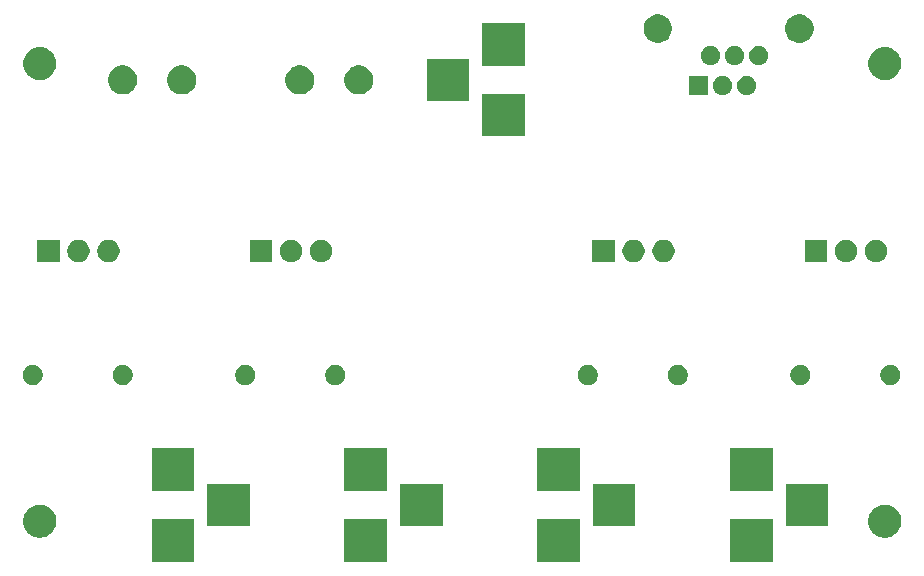
<source format=gbr>
G04 #@! TF.GenerationSoftware,KiCad,Pcbnew,(5.1.5)-3*
G04 #@! TF.CreationDate,2020-06-12T22:16:18+02:00*
G04 #@! TF.ProjectId,pwm,70776d2e-6b69-4636-9164-5f7063625858,rev?*
G04 #@! TF.SameCoordinates,Original*
G04 #@! TF.FileFunction,Soldermask,Top*
G04 #@! TF.FilePolarity,Negative*
%FSLAX46Y46*%
G04 Gerber Fmt 4.6, Leading zero omitted, Abs format (unit mm)*
G04 Created by KiCad (PCBNEW (5.1.5)-3) date 2020-06-12 22:16:18*
%MOMM*%
%LPD*%
G04 APERTURE LIST*
%ADD10C,0.100000*%
G04 APERTURE END LIST*
D10*
G36*
X161384333Y-122801000D02*
G01*
X157782333Y-122801000D01*
X157782333Y-119199000D01*
X161384333Y-119199000D01*
X161384333Y-122801000D01*
G37*
G36*
X145051000Y-122801000D02*
G01*
X141449000Y-122801000D01*
X141449000Y-119199000D01*
X145051000Y-119199000D01*
X145051000Y-122801000D01*
G37*
G36*
X194051000Y-122801000D02*
G01*
X190449000Y-122801000D01*
X190449000Y-119199000D01*
X194051000Y-119199000D01*
X194051000Y-122801000D01*
G37*
G36*
X177717666Y-122801000D02*
G01*
X174115666Y-122801000D01*
X174115666Y-119199000D01*
X177717666Y-119199000D01*
X177717666Y-122801000D01*
G37*
G36*
X203843433Y-118009893D02*
G01*
X203933657Y-118027839D01*
X204039267Y-118071585D01*
X204188621Y-118133449D01*
X204188622Y-118133450D01*
X204418086Y-118286772D01*
X204613228Y-118481914D01*
X204715675Y-118635237D01*
X204766551Y-118711379D01*
X204872161Y-118966344D01*
X204926000Y-119237012D01*
X204926000Y-119512988D01*
X204872161Y-119783656D01*
X204766551Y-120038621D01*
X204766550Y-120038622D01*
X204613228Y-120268086D01*
X204418086Y-120463228D01*
X204264763Y-120565675D01*
X204188621Y-120616551D01*
X204039267Y-120678415D01*
X203933657Y-120722161D01*
X203843433Y-120740107D01*
X203662988Y-120776000D01*
X203387012Y-120776000D01*
X203206567Y-120740107D01*
X203116343Y-120722161D01*
X203010733Y-120678415D01*
X202861379Y-120616551D01*
X202785237Y-120565675D01*
X202631914Y-120463228D01*
X202436772Y-120268086D01*
X202283450Y-120038622D01*
X202283449Y-120038621D01*
X202177839Y-119783656D01*
X202124000Y-119512988D01*
X202124000Y-119237012D01*
X202177839Y-118966344D01*
X202283449Y-118711379D01*
X202334325Y-118635237D01*
X202436772Y-118481914D01*
X202631914Y-118286772D01*
X202861378Y-118133450D01*
X202861379Y-118133449D01*
X203010733Y-118071585D01*
X203116343Y-118027839D01*
X203206567Y-118009893D01*
X203387012Y-117974000D01*
X203662988Y-117974000D01*
X203843433Y-118009893D01*
G37*
G36*
X132293433Y-118009893D02*
G01*
X132383657Y-118027839D01*
X132489267Y-118071585D01*
X132638621Y-118133449D01*
X132638622Y-118133450D01*
X132868086Y-118286772D01*
X133063228Y-118481914D01*
X133165675Y-118635237D01*
X133216551Y-118711379D01*
X133322161Y-118966344D01*
X133376000Y-119237012D01*
X133376000Y-119512988D01*
X133322161Y-119783656D01*
X133216551Y-120038621D01*
X133216550Y-120038622D01*
X133063228Y-120268086D01*
X132868086Y-120463228D01*
X132714763Y-120565675D01*
X132638621Y-120616551D01*
X132489267Y-120678415D01*
X132383657Y-120722161D01*
X132293433Y-120740107D01*
X132112988Y-120776000D01*
X131837012Y-120776000D01*
X131656567Y-120740107D01*
X131566343Y-120722161D01*
X131460733Y-120678415D01*
X131311379Y-120616551D01*
X131235237Y-120565675D01*
X131081914Y-120463228D01*
X130886772Y-120268086D01*
X130733450Y-120038622D01*
X130733449Y-120038621D01*
X130627839Y-119783656D01*
X130574000Y-119512988D01*
X130574000Y-119237012D01*
X130627839Y-118966344D01*
X130733449Y-118711379D01*
X130784325Y-118635237D01*
X130886772Y-118481914D01*
X131081914Y-118286772D01*
X131311378Y-118133450D01*
X131311379Y-118133449D01*
X131460733Y-118071585D01*
X131566343Y-118027839D01*
X131656567Y-118009893D01*
X131837012Y-117974000D01*
X132112988Y-117974000D01*
X132293433Y-118009893D01*
G37*
G36*
X182417666Y-119801000D02*
G01*
X178815666Y-119801000D01*
X178815666Y-116199000D01*
X182417666Y-116199000D01*
X182417666Y-119801000D01*
G37*
G36*
X149751000Y-119801000D02*
G01*
X146149000Y-119801000D01*
X146149000Y-116199000D01*
X149751000Y-116199000D01*
X149751000Y-119801000D01*
G37*
G36*
X166084333Y-119801000D02*
G01*
X162482333Y-119801000D01*
X162482333Y-116199000D01*
X166084333Y-116199000D01*
X166084333Y-119801000D01*
G37*
G36*
X198751000Y-119801000D02*
G01*
X195149000Y-119801000D01*
X195149000Y-116199000D01*
X198751000Y-116199000D01*
X198751000Y-119801000D01*
G37*
G36*
X194051000Y-116801000D02*
G01*
X190449000Y-116801000D01*
X190449000Y-113199000D01*
X194051000Y-113199000D01*
X194051000Y-116801000D01*
G37*
G36*
X161384333Y-116801000D02*
G01*
X157782333Y-116801000D01*
X157782333Y-113199000D01*
X161384333Y-113199000D01*
X161384333Y-116801000D01*
G37*
G36*
X177717666Y-116801000D02*
G01*
X174115666Y-116801000D01*
X174115666Y-113199000D01*
X177717666Y-113199000D01*
X177717666Y-116801000D01*
G37*
G36*
X145051000Y-116801000D02*
G01*
X141449000Y-116801000D01*
X141449000Y-113199000D01*
X145051000Y-113199000D01*
X145051000Y-116801000D01*
G37*
G36*
X196628228Y-106181703D02*
G01*
X196783100Y-106245853D01*
X196922481Y-106338985D01*
X197041015Y-106457519D01*
X197134147Y-106596900D01*
X197198297Y-106751772D01*
X197231000Y-106916184D01*
X197231000Y-107083816D01*
X197198297Y-107248228D01*
X197134147Y-107403100D01*
X197041015Y-107542481D01*
X196922481Y-107661015D01*
X196783100Y-107754147D01*
X196628228Y-107818297D01*
X196463816Y-107851000D01*
X196296184Y-107851000D01*
X196131772Y-107818297D01*
X195976900Y-107754147D01*
X195837519Y-107661015D01*
X195718985Y-107542481D01*
X195625853Y-107403100D01*
X195561703Y-107248228D01*
X195529000Y-107083816D01*
X195529000Y-106916184D01*
X195561703Y-106751772D01*
X195625853Y-106596900D01*
X195718985Y-106457519D01*
X195837519Y-106338985D01*
X195976900Y-106245853D01*
X196131772Y-106181703D01*
X196296184Y-106149000D01*
X196463816Y-106149000D01*
X196628228Y-106181703D01*
G37*
G36*
X186248228Y-106181703D02*
G01*
X186403100Y-106245853D01*
X186542481Y-106338985D01*
X186661015Y-106457519D01*
X186754147Y-106596900D01*
X186818297Y-106751772D01*
X186851000Y-106916184D01*
X186851000Y-107083816D01*
X186818297Y-107248228D01*
X186754147Y-107403100D01*
X186661015Y-107542481D01*
X186542481Y-107661015D01*
X186403100Y-107754147D01*
X186248228Y-107818297D01*
X186083816Y-107851000D01*
X185916184Y-107851000D01*
X185751772Y-107818297D01*
X185596900Y-107754147D01*
X185457519Y-107661015D01*
X185338985Y-107542481D01*
X185245853Y-107403100D01*
X185181703Y-107248228D01*
X185149000Y-107083816D01*
X185149000Y-106916184D01*
X185181703Y-106751772D01*
X185245853Y-106596900D01*
X185338985Y-106457519D01*
X185457519Y-106338985D01*
X185596900Y-106245853D01*
X185751772Y-106181703D01*
X185916184Y-106149000D01*
X186083816Y-106149000D01*
X186248228Y-106181703D01*
G37*
G36*
X149628228Y-106181703D02*
G01*
X149783100Y-106245853D01*
X149922481Y-106338985D01*
X150041015Y-106457519D01*
X150134147Y-106596900D01*
X150198297Y-106751772D01*
X150231000Y-106916184D01*
X150231000Y-107083816D01*
X150198297Y-107248228D01*
X150134147Y-107403100D01*
X150041015Y-107542481D01*
X149922481Y-107661015D01*
X149783100Y-107754147D01*
X149628228Y-107818297D01*
X149463816Y-107851000D01*
X149296184Y-107851000D01*
X149131772Y-107818297D01*
X148976900Y-107754147D01*
X148837519Y-107661015D01*
X148718985Y-107542481D01*
X148625853Y-107403100D01*
X148561703Y-107248228D01*
X148529000Y-107083816D01*
X148529000Y-106916184D01*
X148561703Y-106751772D01*
X148625853Y-106596900D01*
X148718985Y-106457519D01*
X148837519Y-106338985D01*
X148976900Y-106245853D01*
X149131772Y-106181703D01*
X149296184Y-106149000D01*
X149463816Y-106149000D01*
X149628228Y-106181703D01*
G37*
G36*
X157248228Y-106181703D02*
G01*
X157403100Y-106245853D01*
X157542481Y-106338985D01*
X157661015Y-106457519D01*
X157754147Y-106596900D01*
X157818297Y-106751772D01*
X157851000Y-106916184D01*
X157851000Y-107083816D01*
X157818297Y-107248228D01*
X157754147Y-107403100D01*
X157661015Y-107542481D01*
X157542481Y-107661015D01*
X157403100Y-107754147D01*
X157248228Y-107818297D01*
X157083816Y-107851000D01*
X156916184Y-107851000D01*
X156751772Y-107818297D01*
X156596900Y-107754147D01*
X156457519Y-107661015D01*
X156338985Y-107542481D01*
X156245853Y-107403100D01*
X156181703Y-107248228D01*
X156149000Y-107083816D01*
X156149000Y-106916184D01*
X156181703Y-106751772D01*
X156245853Y-106596900D01*
X156338985Y-106457519D01*
X156457519Y-106338985D01*
X156596900Y-106245853D01*
X156751772Y-106181703D01*
X156916184Y-106149000D01*
X157083816Y-106149000D01*
X157248228Y-106181703D01*
G37*
G36*
X131628228Y-106181703D02*
G01*
X131783100Y-106245853D01*
X131922481Y-106338985D01*
X132041015Y-106457519D01*
X132134147Y-106596900D01*
X132198297Y-106751772D01*
X132231000Y-106916184D01*
X132231000Y-107083816D01*
X132198297Y-107248228D01*
X132134147Y-107403100D01*
X132041015Y-107542481D01*
X131922481Y-107661015D01*
X131783100Y-107754147D01*
X131628228Y-107818297D01*
X131463816Y-107851000D01*
X131296184Y-107851000D01*
X131131772Y-107818297D01*
X130976900Y-107754147D01*
X130837519Y-107661015D01*
X130718985Y-107542481D01*
X130625853Y-107403100D01*
X130561703Y-107248228D01*
X130529000Y-107083816D01*
X130529000Y-106916184D01*
X130561703Y-106751772D01*
X130625853Y-106596900D01*
X130718985Y-106457519D01*
X130837519Y-106338985D01*
X130976900Y-106245853D01*
X131131772Y-106181703D01*
X131296184Y-106149000D01*
X131463816Y-106149000D01*
X131628228Y-106181703D01*
G37*
G36*
X139248228Y-106181703D02*
G01*
X139403100Y-106245853D01*
X139542481Y-106338985D01*
X139661015Y-106457519D01*
X139754147Y-106596900D01*
X139818297Y-106751772D01*
X139851000Y-106916184D01*
X139851000Y-107083816D01*
X139818297Y-107248228D01*
X139754147Y-107403100D01*
X139661015Y-107542481D01*
X139542481Y-107661015D01*
X139403100Y-107754147D01*
X139248228Y-107818297D01*
X139083816Y-107851000D01*
X138916184Y-107851000D01*
X138751772Y-107818297D01*
X138596900Y-107754147D01*
X138457519Y-107661015D01*
X138338985Y-107542481D01*
X138245853Y-107403100D01*
X138181703Y-107248228D01*
X138149000Y-107083816D01*
X138149000Y-106916184D01*
X138181703Y-106751772D01*
X138245853Y-106596900D01*
X138338985Y-106457519D01*
X138457519Y-106338985D01*
X138596900Y-106245853D01*
X138751772Y-106181703D01*
X138916184Y-106149000D01*
X139083816Y-106149000D01*
X139248228Y-106181703D01*
G37*
G36*
X204248228Y-106181703D02*
G01*
X204403100Y-106245853D01*
X204542481Y-106338985D01*
X204661015Y-106457519D01*
X204754147Y-106596900D01*
X204818297Y-106751772D01*
X204851000Y-106916184D01*
X204851000Y-107083816D01*
X204818297Y-107248228D01*
X204754147Y-107403100D01*
X204661015Y-107542481D01*
X204542481Y-107661015D01*
X204403100Y-107754147D01*
X204248228Y-107818297D01*
X204083816Y-107851000D01*
X203916184Y-107851000D01*
X203751772Y-107818297D01*
X203596900Y-107754147D01*
X203457519Y-107661015D01*
X203338985Y-107542481D01*
X203245853Y-107403100D01*
X203181703Y-107248228D01*
X203149000Y-107083816D01*
X203149000Y-106916184D01*
X203181703Y-106751772D01*
X203245853Y-106596900D01*
X203338985Y-106457519D01*
X203457519Y-106338985D01*
X203596900Y-106245853D01*
X203751772Y-106181703D01*
X203916184Y-106149000D01*
X204083816Y-106149000D01*
X204248228Y-106181703D01*
G37*
G36*
X178628228Y-106181703D02*
G01*
X178783100Y-106245853D01*
X178922481Y-106338985D01*
X179041015Y-106457519D01*
X179134147Y-106596900D01*
X179198297Y-106751772D01*
X179231000Y-106916184D01*
X179231000Y-107083816D01*
X179198297Y-107248228D01*
X179134147Y-107403100D01*
X179041015Y-107542481D01*
X178922481Y-107661015D01*
X178783100Y-107754147D01*
X178628228Y-107818297D01*
X178463816Y-107851000D01*
X178296184Y-107851000D01*
X178131772Y-107818297D01*
X177976900Y-107754147D01*
X177837519Y-107661015D01*
X177718985Y-107542481D01*
X177625853Y-107403100D01*
X177561703Y-107248228D01*
X177529000Y-107083816D01*
X177529000Y-106916184D01*
X177561703Y-106751772D01*
X177625853Y-106596900D01*
X177718985Y-106457519D01*
X177837519Y-106338985D01*
X177976900Y-106245853D01*
X178131772Y-106181703D01*
X178296184Y-106149000D01*
X178463816Y-106149000D01*
X178628228Y-106181703D01*
G37*
G36*
X198661000Y-97451000D02*
G01*
X196759000Y-97451000D01*
X196759000Y-95549000D01*
X198661000Y-95549000D01*
X198661000Y-97451000D01*
G37*
G36*
X151661000Y-97451000D02*
G01*
X149759000Y-97451000D01*
X149759000Y-95549000D01*
X151661000Y-95549000D01*
X151661000Y-97451000D01*
G37*
G36*
X153527395Y-95585546D02*
G01*
X153700466Y-95657234D01*
X153700467Y-95657235D01*
X153856227Y-95761310D01*
X153988690Y-95893773D01*
X153988691Y-95893775D01*
X154092766Y-96049534D01*
X154164454Y-96222605D01*
X154201000Y-96406333D01*
X154201000Y-96593667D01*
X154164454Y-96777395D01*
X154092766Y-96950466D01*
X154092765Y-96950467D01*
X153988690Y-97106227D01*
X153856227Y-97238690D01*
X153777818Y-97291081D01*
X153700466Y-97342766D01*
X153527395Y-97414454D01*
X153343667Y-97451000D01*
X153156333Y-97451000D01*
X152972605Y-97414454D01*
X152799534Y-97342766D01*
X152722182Y-97291081D01*
X152643773Y-97238690D01*
X152511310Y-97106227D01*
X152407235Y-96950467D01*
X152407234Y-96950466D01*
X152335546Y-96777395D01*
X152299000Y-96593667D01*
X152299000Y-96406333D01*
X152335546Y-96222605D01*
X152407234Y-96049534D01*
X152511309Y-95893775D01*
X152511310Y-95893773D01*
X152643773Y-95761310D01*
X152799533Y-95657235D01*
X152799534Y-95657234D01*
X152972605Y-95585546D01*
X153156333Y-95549000D01*
X153343667Y-95549000D01*
X153527395Y-95585546D01*
G37*
G36*
X133661000Y-97451000D02*
G01*
X131759000Y-97451000D01*
X131759000Y-95549000D01*
X133661000Y-95549000D01*
X133661000Y-97451000D01*
G37*
G36*
X156067395Y-95585546D02*
G01*
X156240466Y-95657234D01*
X156240467Y-95657235D01*
X156396227Y-95761310D01*
X156528690Y-95893773D01*
X156528691Y-95893775D01*
X156632766Y-96049534D01*
X156704454Y-96222605D01*
X156741000Y-96406333D01*
X156741000Y-96593667D01*
X156704454Y-96777395D01*
X156632766Y-96950466D01*
X156632765Y-96950467D01*
X156528690Y-97106227D01*
X156396227Y-97238690D01*
X156317818Y-97291081D01*
X156240466Y-97342766D01*
X156067395Y-97414454D01*
X155883667Y-97451000D01*
X155696333Y-97451000D01*
X155512605Y-97414454D01*
X155339534Y-97342766D01*
X155262182Y-97291081D01*
X155183773Y-97238690D01*
X155051310Y-97106227D01*
X154947235Y-96950467D01*
X154947234Y-96950466D01*
X154875546Y-96777395D01*
X154839000Y-96593667D01*
X154839000Y-96406333D01*
X154875546Y-96222605D01*
X154947234Y-96049534D01*
X155051309Y-95893775D01*
X155051310Y-95893773D01*
X155183773Y-95761310D01*
X155339533Y-95657235D01*
X155339534Y-95657234D01*
X155512605Y-95585546D01*
X155696333Y-95549000D01*
X155883667Y-95549000D01*
X156067395Y-95585546D01*
G37*
G36*
X180661000Y-97451000D02*
G01*
X178759000Y-97451000D01*
X178759000Y-95549000D01*
X180661000Y-95549000D01*
X180661000Y-97451000D01*
G37*
G36*
X138067395Y-95585546D02*
G01*
X138240466Y-95657234D01*
X138240467Y-95657235D01*
X138396227Y-95761310D01*
X138528690Y-95893773D01*
X138528691Y-95893775D01*
X138632766Y-96049534D01*
X138704454Y-96222605D01*
X138741000Y-96406333D01*
X138741000Y-96593667D01*
X138704454Y-96777395D01*
X138632766Y-96950466D01*
X138632765Y-96950467D01*
X138528690Y-97106227D01*
X138396227Y-97238690D01*
X138317818Y-97291081D01*
X138240466Y-97342766D01*
X138067395Y-97414454D01*
X137883667Y-97451000D01*
X137696333Y-97451000D01*
X137512605Y-97414454D01*
X137339534Y-97342766D01*
X137262182Y-97291081D01*
X137183773Y-97238690D01*
X137051310Y-97106227D01*
X136947235Y-96950467D01*
X136947234Y-96950466D01*
X136875546Y-96777395D01*
X136839000Y-96593667D01*
X136839000Y-96406333D01*
X136875546Y-96222605D01*
X136947234Y-96049534D01*
X137051309Y-95893775D01*
X137051310Y-95893773D01*
X137183773Y-95761310D01*
X137339533Y-95657235D01*
X137339534Y-95657234D01*
X137512605Y-95585546D01*
X137696333Y-95549000D01*
X137883667Y-95549000D01*
X138067395Y-95585546D01*
G37*
G36*
X135527395Y-95585546D02*
G01*
X135700466Y-95657234D01*
X135700467Y-95657235D01*
X135856227Y-95761310D01*
X135988690Y-95893773D01*
X135988691Y-95893775D01*
X136092766Y-96049534D01*
X136164454Y-96222605D01*
X136201000Y-96406333D01*
X136201000Y-96593667D01*
X136164454Y-96777395D01*
X136092766Y-96950466D01*
X136092765Y-96950467D01*
X135988690Y-97106227D01*
X135856227Y-97238690D01*
X135777818Y-97291081D01*
X135700466Y-97342766D01*
X135527395Y-97414454D01*
X135343667Y-97451000D01*
X135156333Y-97451000D01*
X134972605Y-97414454D01*
X134799534Y-97342766D01*
X134722182Y-97291081D01*
X134643773Y-97238690D01*
X134511310Y-97106227D01*
X134407235Y-96950467D01*
X134407234Y-96950466D01*
X134335546Y-96777395D01*
X134299000Y-96593667D01*
X134299000Y-96406333D01*
X134335546Y-96222605D01*
X134407234Y-96049534D01*
X134511309Y-95893775D01*
X134511310Y-95893773D01*
X134643773Y-95761310D01*
X134799533Y-95657235D01*
X134799534Y-95657234D01*
X134972605Y-95585546D01*
X135156333Y-95549000D01*
X135343667Y-95549000D01*
X135527395Y-95585546D01*
G37*
G36*
X203067395Y-95585546D02*
G01*
X203240466Y-95657234D01*
X203240467Y-95657235D01*
X203396227Y-95761310D01*
X203528690Y-95893773D01*
X203528691Y-95893775D01*
X203632766Y-96049534D01*
X203704454Y-96222605D01*
X203741000Y-96406333D01*
X203741000Y-96593667D01*
X203704454Y-96777395D01*
X203632766Y-96950466D01*
X203632765Y-96950467D01*
X203528690Y-97106227D01*
X203396227Y-97238690D01*
X203317818Y-97291081D01*
X203240466Y-97342766D01*
X203067395Y-97414454D01*
X202883667Y-97451000D01*
X202696333Y-97451000D01*
X202512605Y-97414454D01*
X202339534Y-97342766D01*
X202262182Y-97291081D01*
X202183773Y-97238690D01*
X202051310Y-97106227D01*
X201947235Y-96950467D01*
X201947234Y-96950466D01*
X201875546Y-96777395D01*
X201839000Y-96593667D01*
X201839000Y-96406333D01*
X201875546Y-96222605D01*
X201947234Y-96049534D01*
X202051309Y-95893775D01*
X202051310Y-95893773D01*
X202183773Y-95761310D01*
X202339533Y-95657235D01*
X202339534Y-95657234D01*
X202512605Y-95585546D01*
X202696333Y-95549000D01*
X202883667Y-95549000D01*
X203067395Y-95585546D01*
G37*
G36*
X185067395Y-95585546D02*
G01*
X185240466Y-95657234D01*
X185240467Y-95657235D01*
X185396227Y-95761310D01*
X185528690Y-95893773D01*
X185528691Y-95893775D01*
X185632766Y-96049534D01*
X185704454Y-96222605D01*
X185741000Y-96406333D01*
X185741000Y-96593667D01*
X185704454Y-96777395D01*
X185632766Y-96950466D01*
X185632765Y-96950467D01*
X185528690Y-97106227D01*
X185396227Y-97238690D01*
X185317818Y-97291081D01*
X185240466Y-97342766D01*
X185067395Y-97414454D01*
X184883667Y-97451000D01*
X184696333Y-97451000D01*
X184512605Y-97414454D01*
X184339534Y-97342766D01*
X184262182Y-97291081D01*
X184183773Y-97238690D01*
X184051310Y-97106227D01*
X183947235Y-96950467D01*
X183947234Y-96950466D01*
X183875546Y-96777395D01*
X183839000Y-96593667D01*
X183839000Y-96406333D01*
X183875546Y-96222605D01*
X183947234Y-96049534D01*
X184051309Y-95893775D01*
X184051310Y-95893773D01*
X184183773Y-95761310D01*
X184339533Y-95657235D01*
X184339534Y-95657234D01*
X184512605Y-95585546D01*
X184696333Y-95549000D01*
X184883667Y-95549000D01*
X185067395Y-95585546D01*
G37*
G36*
X200527395Y-95585546D02*
G01*
X200700466Y-95657234D01*
X200700467Y-95657235D01*
X200856227Y-95761310D01*
X200988690Y-95893773D01*
X200988691Y-95893775D01*
X201092766Y-96049534D01*
X201164454Y-96222605D01*
X201201000Y-96406333D01*
X201201000Y-96593667D01*
X201164454Y-96777395D01*
X201092766Y-96950466D01*
X201092765Y-96950467D01*
X200988690Y-97106227D01*
X200856227Y-97238690D01*
X200777818Y-97291081D01*
X200700466Y-97342766D01*
X200527395Y-97414454D01*
X200343667Y-97451000D01*
X200156333Y-97451000D01*
X199972605Y-97414454D01*
X199799534Y-97342766D01*
X199722182Y-97291081D01*
X199643773Y-97238690D01*
X199511310Y-97106227D01*
X199407235Y-96950467D01*
X199407234Y-96950466D01*
X199335546Y-96777395D01*
X199299000Y-96593667D01*
X199299000Y-96406333D01*
X199335546Y-96222605D01*
X199407234Y-96049534D01*
X199511309Y-95893775D01*
X199511310Y-95893773D01*
X199643773Y-95761310D01*
X199799533Y-95657235D01*
X199799534Y-95657234D01*
X199972605Y-95585546D01*
X200156333Y-95549000D01*
X200343667Y-95549000D01*
X200527395Y-95585546D01*
G37*
G36*
X182527395Y-95585546D02*
G01*
X182700466Y-95657234D01*
X182700467Y-95657235D01*
X182856227Y-95761310D01*
X182988690Y-95893773D01*
X182988691Y-95893775D01*
X183092766Y-96049534D01*
X183164454Y-96222605D01*
X183201000Y-96406333D01*
X183201000Y-96593667D01*
X183164454Y-96777395D01*
X183092766Y-96950466D01*
X183092765Y-96950467D01*
X182988690Y-97106227D01*
X182856227Y-97238690D01*
X182777818Y-97291081D01*
X182700466Y-97342766D01*
X182527395Y-97414454D01*
X182343667Y-97451000D01*
X182156333Y-97451000D01*
X181972605Y-97414454D01*
X181799534Y-97342766D01*
X181722182Y-97291081D01*
X181643773Y-97238690D01*
X181511310Y-97106227D01*
X181407235Y-96950467D01*
X181407234Y-96950466D01*
X181335546Y-96777395D01*
X181299000Y-96593667D01*
X181299000Y-96406333D01*
X181335546Y-96222605D01*
X181407234Y-96049534D01*
X181511309Y-95893775D01*
X181511310Y-95893773D01*
X181643773Y-95761310D01*
X181799533Y-95657235D01*
X181799534Y-95657234D01*
X181972605Y-95585546D01*
X182156333Y-95549000D01*
X182343667Y-95549000D01*
X182527395Y-95585546D01*
G37*
G36*
X173051000Y-86801000D02*
G01*
X169449000Y-86801000D01*
X169449000Y-83199000D01*
X173051000Y-83199000D01*
X173051000Y-86801000D01*
G37*
G36*
X168351000Y-83801000D02*
G01*
X164749000Y-83801000D01*
X164749000Y-80199000D01*
X168351000Y-80199000D01*
X168351000Y-83801000D01*
G37*
G36*
X188561000Y-83311000D02*
G01*
X186939000Y-83311000D01*
X186939000Y-81689000D01*
X188561000Y-81689000D01*
X188561000Y-83311000D01*
G37*
G36*
X192031680Y-81713228D02*
G01*
X192066560Y-81720166D01*
X192214153Y-81781301D01*
X192341736Y-81866550D01*
X192346982Y-81870055D01*
X192459945Y-81983018D01*
X192548700Y-82115849D01*
X192609834Y-82263440D01*
X192628566Y-82357610D01*
X192641000Y-82420123D01*
X192641000Y-82579877D01*
X192609834Y-82736560D01*
X192548699Y-82884153D01*
X192459945Y-83016982D01*
X192346982Y-83129945D01*
X192214153Y-83218699D01*
X192214152Y-83218700D01*
X192214151Y-83218700D01*
X192066560Y-83279834D01*
X191909878Y-83311000D01*
X191750122Y-83311000D01*
X191593440Y-83279834D01*
X191445849Y-83218700D01*
X191445848Y-83218700D01*
X191445847Y-83218699D01*
X191313018Y-83129945D01*
X191200055Y-83016982D01*
X191111301Y-82884153D01*
X191050166Y-82736560D01*
X191019000Y-82579877D01*
X191019000Y-82420123D01*
X191031435Y-82357610D01*
X191050166Y-82263440D01*
X191111300Y-82115849D01*
X191200055Y-81983018D01*
X191313018Y-81870055D01*
X191318264Y-81866550D01*
X191445847Y-81781301D01*
X191593440Y-81720166D01*
X191628320Y-81713228D01*
X191750122Y-81689000D01*
X191909878Y-81689000D01*
X192031680Y-81713228D01*
G37*
G36*
X189991680Y-81713228D02*
G01*
X190026560Y-81720166D01*
X190174153Y-81781301D01*
X190301736Y-81866550D01*
X190306982Y-81870055D01*
X190419945Y-81983018D01*
X190508700Y-82115849D01*
X190569834Y-82263440D01*
X190588566Y-82357610D01*
X190601000Y-82420123D01*
X190601000Y-82579877D01*
X190569834Y-82736560D01*
X190508699Y-82884153D01*
X190419945Y-83016982D01*
X190306982Y-83129945D01*
X190174153Y-83218699D01*
X190174152Y-83218700D01*
X190174151Y-83218700D01*
X190026560Y-83279834D01*
X189869878Y-83311000D01*
X189710122Y-83311000D01*
X189553440Y-83279834D01*
X189405849Y-83218700D01*
X189405848Y-83218700D01*
X189405847Y-83218699D01*
X189273018Y-83129945D01*
X189160055Y-83016982D01*
X189071301Y-82884153D01*
X189010166Y-82736560D01*
X188979000Y-82579877D01*
X188979000Y-82420123D01*
X188991435Y-82357610D01*
X189010166Y-82263440D01*
X189071300Y-82115849D01*
X189160055Y-81983018D01*
X189273018Y-81870055D01*
X189278264Y-81866550D01*
X189405847Y-81781301D01*
X189553440Y-81720166D01*
X189588320Y-81713228D01*
X189710122Y-81689000D01*
X189869878Y-81689000D01*
X189991680Y-81713228D01*
G37*
G36*
X154357610Y-80821114D02*
G01*
X154580727Y-80913532D01*
X154580729Y-80913533D01*
X154631269Y-80947303D01*
X154781529Y-81047703D01*
X154952297Y-81218471D01*
X155086468Y-81419273D01*
X155178886Y-81642390D01*
X155226000Y-81879248D01*
X155226000Y-82120752D01*
X155178886Y-82357610D01*
X155086468Y-82580727D01*
X154952297Y-82781529D01*
X154781529Y-82952297D01*
X154631269Y-83052697D01*
X154580729Y-83086467D01*
X154580728Y-83086468D01*
X154580727Y-83086468D01*
X154357610Y-83178886D01*
X154120752Y-83226000D01*
X153879248Y-83226000D01*
X153642390Y-83178886D01*
X153419273Y-83086468D01*
X153419272Y-83086468D01*
X153419271Y-83086467D01*
X153368731Y-83052697D01*
X153218471Y-82952297D01*
X153047703Y-82781529D01*
X152913532Y-82580727D01*
X152821114Y-82357610D01*
X152774000Y-82120752D01*
X152774000Y-81879248D01*
X152821114Y-81642390D01*
X152913532Y-81419273D01*
X153047703Y-81218471D01*
X153218471Y-81047703D01*
X153368731Y-80947303D01*
X153419271Y-80913533D01*
X153419273Y-80913532D01*
X153642390Y-80821114D01*
X153879248Y-80774000D01*
X154120752Y-80774000D01*
X154357610Y-80821114D01*
G37*
G36*
X159357610Y-80821114D02*
G01*
X159580727Y-80913532D01*
X159580729Y-80913533D01*
X159631269Y-80947303D01*
X159781529Y-81047703D01*
X159952297Y-81218471D01*
X160086468Y-81419273D01*
X160178886Y-81642390D01*
X160226000Y-81879248D01*
X160226000Y-82120752D01*
X160178886Y-82357610D01*
X160086468Y-82580727D01*
X159952297Y-82781529D01*
X159781529Y-82952297D01*
X159631269Y-83052697D01*
X159580729Y-83086467D01*
X159580728Y-83086468D01*
X159580727Y-83086468D01*
X159357610Y-83178886D01*
X159120752Y-83226000D01*
X158879248Y-83226000D01*
X158642390Y-83178886D01*
X158419273Y-83086468D01*
X158419272Y-83086468D01*
X158419271Y-83086467D01*
X158368731Y-83052697D01*
X158218471Y-82952297D01*
X158047703Y-82781529D01*
X157913532Y-82580727D01*
X157821114Y-82357610D01*
X157774000Y-82120752D01*
X157774000Y-81879248D01*
X157821114Y-81642390D01*
X157913532Y-81419273D01*
X158047703Y-81218471D01*
X158218471Y-81047703D01*
X158368731Y-80947303D01*
X158419271Y-80913533D01*
X158419273Y-80913532D01*
X158642390Y-80821114D01*
X158879248Y-80774000D01*
X159120752Y-80774000D01*
X159357610Y-80821114D01*
G37*
G36*
X139357610Y-80821114D02*
G01*
X139580727Y-80913532D01*
X139580729Y-80913533D01*
X139631269Y-80947303D01*
X139781529Y-81047703D01*
X139952297Y-81218471D01*
X140086468Y-81419273D01*
X140178886Y-81642390D01*
X140226000Y-81879248D01*
X140226000Y-82120752D01*
X140178886Y-82357610D01*
X140086468Y-82580727D01*
X139952297Y-82781529D01*
X139781529Y-82952297D01*
X139631269Y-83052697D01*
X139580729Y-83086467D01*
X139580728Y-83086468D01*
X139580727Y-83086468D01*
X139357610Y-83178886D01*
X139120752Y-83226000D01*
X138879248Y-83226000D01*
X138642390Y-83178886D01*
X138419273Y-83086468D01*
X138419272Y-83086468D01*
X138419271Y-83086467D01*
X138368731Y-83052697D01*
X138218471Y-82952297D01*
X138047703Y-82781529D01*
X137913532Y-82580727D01*
X137821114Y-82357610D01*
X137774000Y-82120752D01*
X137774000Y-81879248D01*
X137821114Y-81642390D01*
X137913532Y-81419273D01*
X138047703Y-81218471D01*
X138218471Y-81047703D01*
X138368731Y-80947303D01*
X138419271Y-80913533D01*
X138419273Y-80913532D01*
X138642390Y-80821114D01*
X138879248Y-80774000D01*
X139120752Y-80774000D01*
X139357610Y-80821114D01*
G37*
G36*
X144357610Y-80821114D02*
G01*
X144580727Y-80913532D01*
X144580729Y-80913533D01*
X144631269Y-80947303D01*
X144781529Y-81047703D01*
X144952297Y-81218471D01*
X145086468Y-81419273D01*
X145178886Y-81642390D01*
X145226000Y-81879248D01*
X145226000Y-82120752D01*
X145178886Y-82357610D01*
X145086468Y-82580727D01*
X144952297Y-82781529D01*
X144781529Y-82952297D01*
X144631269Y-83052697D01*
X144580729Y-83086467D01*
X144580728Y-83086468D01*
X144580727Y-83086468D01*
X144357610Y-83178886D01*
X144120752Y-83226000D01*
X143879248Y-83226000D01*
X143642390Y-83178886D01*
X143419273Y-83086468D01*
X143419272Y-83086468D01*
X143419271Y-83086467D01*
X143368731Y-83052697D01*
X143218471Y-82952297D01*
X143047703Y-82781529D01*
X142913532Y-82580727D01*
X142821114Y-82357610D01*
X142774000Y-82120752D01*
X142774000Y-81879248D01*
X142821114Y-81642390D01*
X142913532Y-81419273D01*
X143047703Y-81218471D01*
X143218471Y-81047703D01*
X143368731Y-80947303D01*
X143419271Y-80913533D01*
X143419273Y-80913532D01*
X143642390Y-80821114D01*
X143879248Y-80774000D01*
X144120752Y-80774000D01*
X144357610Y-80821114D01*
G37*
G36*
X132293433Y-79259893D02*
G01*
X132383657Y-79277839D01*
X132489267Y-79321585D01*
X132638621Y-79383449D01*
X132638622Y-79383450D01*
X132868086Y-79536772D01*
X133063228Y-79731914D01*
X133162257Y-79880122D01*
X133216551Y-79961379D01*
X133249066Y-80039877D01*
X133313967Y-80196560D01*
X133322161Y-80216344D01*
X133376000Y-80487012D01*
X133376000Y-80762988D01*
X133322161Y-81033656D01*
X133216551Y-81288621D01*
X133216550Y-81288622D01*
X133063228Y-81518086D01*
X132868086Y-81713228D01*
X132857702Y-81720166D01*
X132638621Y-81866551D01*
X132489267Y-81928415D01*
X132383657Y-81972161D01*
X132329074Y-81983018D01*
X132112988Y-82026000D01*
X131837012Y-82026000D01*
X131620926Y-81983018D01*
X131566343Y-81972161D01*
X131460733Y-81928415D01*
X131311379Y-81866551D01*
X131092298Y-81720166D01*
X131081914Y-81713228D01*
X130886772Y-81518086D01*
X130733450Y-81288622D01*
X130733449Y-81288621D01*
X130627839Y-81033656D01*
X130574000Y-80762988D01*
X130574000Y-80487012D01*
X130627839Y-80216344D01*
X130636034Y-80196560D01*
X130700934Y-80039877D01*
X130733449Y-79961379D01*
X130787743Y-79880122D01*
X130886772Y-79731914D01*
X131081914Y-79536772D01*
X131311378Y-79383450D01*
X131311379Y-79383449D01*
X131460733Y-79321585D01*
X131566343Y-79277839D01*
X131656567Y-79259893D01*
X131837012Y-79224000D01*
X132112988Y-79224000D01*
X132293433Y-79259893D01*
G37*
G36*
X203843433Y-79259893D02*
G01*
X203933657Y-79277839D01*
X204039267Y-79321585D01*
X204188621Y-79383449D01*
X204188622Y-79383450D01*
X204418086Y-79536772D01*
X204613228Y-79731914D01*
X204712257Y-79880122D01*
X204766551Y-79961379D01*
X204799066Y-80039877D01*
X204863967Y-80196560D01*
X204872161Y-80216344D01*
X204926000Y-80487012D01*
X204926000Y-80762988D01*
X204872161Y-81033656D01*
X204766551Y-81288621D01*
X204766550Y-81288622D01*
X204613228Y-81518086D01*
X204418086Y-81713228D01*
X204407702Y-81720166D01*
X204188621Y-81866551D01*
X204039267Y-81928415D01*
X203933657Y-81972161D01*
X203879074Y-81983018D01*
X203662988Y-82026000D01*
X203387012Y-82026000D01*
X203170926Y-81983018D01*
X203116343Y-81972161D01*
X203010733Y-81928415D01*
X202861379Y-81866551D01*
X202642298Y-81720166D01*
X202631914Y-81713228D01*
X202436772Y-81518086D01*
X202283450Y-81288622D01*
X202283449Y-81288621D01*
X202177839Y-81033656D01*
X202124000Y-80762988D01*
X202124000Y-80487012D01*
X202177839Y-80216344D01*
X202186034Y-80196560D01*
X202250934Y-80039877D01*
X202283449Y-79961379D01*
X202337743Y-79880122D01*
X202436772Y-79731914D01*
X202631914Y-79536772D01*
X202861378Y-79383450D01*
X202861379Y-79383449D01*
X203010733Y-79321585D01*
X203116343Y-79277839D01*
X203206567Y-79259893D01*
X203387012Y-79224000D01*
X203662988Y-79224000D01*
X203843433Y-79259893D01*
G37*
G36*
X173051000Y-80801000D02*
G01*
X169449000Y-80801000D01*
X169449000Y-77199000D01*
X173051000Y-77199000D01*
X173051000Y-80801000D01*
G37*
G36*
X189006560Y-79180166D02*
G01*
X189154153Y-79241301D01*
X189286982Y-79330055D01*
X189399945Y-79443018D01*
X189488699Y-79575847D01*
X189549834Y-79723440D01*
X189581000Y-79880123D01*
X189581000Y-80039877D01*
X189549834Y-80196560D01*
X189488699Y-80344153D01*
X189399945Y-80476982D01*
X189286982Y-80589945D01*
X189154153Y-80678699D01*
X189154152Y-80678700D01*
X189154151Y-80678700D01*
X189006560Y-80739834D01*
X188849878Y-80771000D01*
X188690122Y-80771000D01*
X188533440Y-80739834D01*
X188385849Y-80678700D01*
X188385848Y-80678700D01*
X188385847Y-80678699D01*
X188253018Y-80589945D01*
X188140055Y-80476982D01*
X188051301Y-80344153D01*
X187990166Y-80196560D01*
X187959000Y-80039877D01*
X187959000Y-79880123D01*
X187990166Y-79723440D01*
X188051301Y-79575847D01*
X188140055Y-79443018D01*
X188253018Y-79330055D01*
X188385847Y-79241301D01*
X188533440Y-79180166D01*
X188690122Y-79149000D01*
X188849878Y-79149000D01*
X189006560Y-79180166D01*
G37*
G36*
X193086560Y-79180166D02*
G01*
X193234153Y-79241301D01*
X193366982Y-79330055D01*
X193479945Y-79443018D01*
X193568699Y-79575847D01*
X193629834Y-79723440D01*
X193661000Y-79880123D01*
X193661000Y-80039877D01*
X193629834Y-80196560D01*
X193568699Y-80344153D01*
X193479945Y-80476982D01*
X193366982Y-80589945D01*
X193234153Y-80678699D01*
X193234152Y-80678700D01*
X193234151Y-80678700D01*
X193086560Y-80739834D01*
X192929878Y-80771000D01*
X192770122Y-80771000D01*
X192613440Y-80739834D01*
X192465849Y-80678700D01*
X192465848Y-80678700D01*
X192465847Y-80678699D01*
X192333018Y-80589945D01*
X192220055Y-80476982D01*
X192131301Y-80344153D01*
X192070166Y-80196560D01*
X192039000Y-80039877D01*
X192039000Y-79880123D01*
X192070166Y-79723440D01*
X192131301Y-79575847D01*
X192220055Y-79443018D01*
X192333018Y-79330055D01*
X192465847Y-79241301D01*
X192613440Y-79180166D01*
X192770122Y-79149000D01*
X192929878Y-79149000D01*
X193086560Y-79180166D01*
G37*
G36*
X191046560Y-79180166D02*
G01*
X191194153Y-79241301D01*
X191326982Y-79330055D01*
X191439945Y-79443018D01*
X191528699Y-79575847D01*
X191589834Y-79723440D01*
X191621000Y-79880123D01*
X191621000Y-80039877D01*
X191589834Y-80196560D01*
X191528699Y-80344153D01*
X191439945Y-80476982D01*
X191326982Y-80589945D01*
X191194153Y-80678699D01*
X191194152Y-80678700D01*
X191194151Y-80678700D01*
X191046560Y-80739834D01*
X190889878Y-80771000D01*
X190730122Y-80771000D01*
X190573440Y-80739834D01*
X190425849Y-80678700D01*
X190425848Y-80678700D01*
X190425847Y-80678699D01*
X190293018Y-80589945D01*
X190180055Y-80476982D01*
X190091301Y-80344153D01*
X190030166Y-80196560D01*
X189999000Y-80039877D01*
X189999000Y-79880123D01*
X190030166Y-79723440D01*
X190091301Y-79575847D01*
X190180055Y-79443018D01*
X190293018Y-79330055D01*
X190425847Y-79241301D01*
X190573440Y-79180166D01*
X190730122Y-79149000D01*
X190889878Y-79149000D01*
X191046560Y-79180166D01*
G37*
G36*
X196650318Y-76505153D02*
G01*
X196868885Y-76595687D01*
X196868887Y-76595688D01*
X197065593Y-76727122D01*
X197232878Y-76894407D01*
X197364312Y-77091113D01*
X197364313Y-77091115D01*
X197454847Y-77309682D01*
X197501000Y-77541710D01*
X197501000Y-77778290D01*
X197454847Y-78010318D01*
X197364313Y-78228885D01*
X197364312Y-78228887D01*
X197232878Y-78425593D01*
X197065593Y-78592878D01*
X196868887Y-78724312D01*
X196868886Y-78724313D01*
X196868885Y-78724313D01*
X196650318Y-78814847D01*
X196418290Y-78861000D01*
X196181710Y-78861000D01*
X195949682Y-78814847D01*
X195731115Y-78724313D01*
X195731114Y-78724313D01*
X195731113Y-78724312D01*
X195534407Y-78592878D01*
X195367122Y-78425593D01*
X195235688Y-78228887D01*
X195235687Y-78228885D01*
X195145153Y-78010318D01*
X195099000Y-77778290D01*
X195099000Y-77541710D01*
X195145153Y-77309682D01*
X195235687Y-77091115D01*
X195235688Y-77091113D01*
X195367122Y-76894407D01*
X195534407Y-76727122D01*
X195731113Y-76595688D01*
X195731115Y-76595687D01*
X195949682Y-76505153D01*
X196181710Y-76459000D01*
X196418290Y-76459000D01*
X196650318Y-76505153D01*
G37*
G36*
X184650318Y-76505153D02*
G01*
X184868885Y-76595687D01*
X184868887Y-76595688D01*
X185065593Y-76727122D01*
X185232878Y-76894407D01*
X185364312Y-77091113D01*
X185364313Y-77091115D01*
X185454847Y-77309682D01*
X185501000Y-77541710D01*
X185501000Y-77778290D01*
X185454847Y-78010318D01*
X185364313Y-78228885D01*
X185364312Y-78228887D01*
X185232878Y-78425593D01*
X185065593Y-78592878D01*
X184868887Y-78724312D01*
X184868886Y-78724313D01*
X184868885Y-78724313D01*
X184650318Y-78814847D01*
X184418290Y-78861000D01*
X184181710Y-78861000D01*
X183949682Y-78814847D01*
X183731115Y-78724313D01*
X183731114Y-78724313D01*
X183731113Y-78724312D01*
X183534407Y-78592878D01*
X183367122Y-78425593D01*
X183235688Y-78228887D01*
X183235687Y-78228885D01*
X183145153Y-78010318D01*
X183099000Y-77778290D01*
X183099000Y-77541710D01*
X183145153Y-77309682D01*
X183235687Y-77091115D01*
X183235688Y-77091113D01*
X183367122Y-76894407D01*
X183534407Y-76727122D01*
X183731113Y-76595688D01*
X183731115Y-76595687D01*
X183949682Y-76505153D01*
X184181710Y-76459000D01*
X184418290Y-76459000D01*
X184650318Y-76505153D01*
G37*
M02*

</source>
